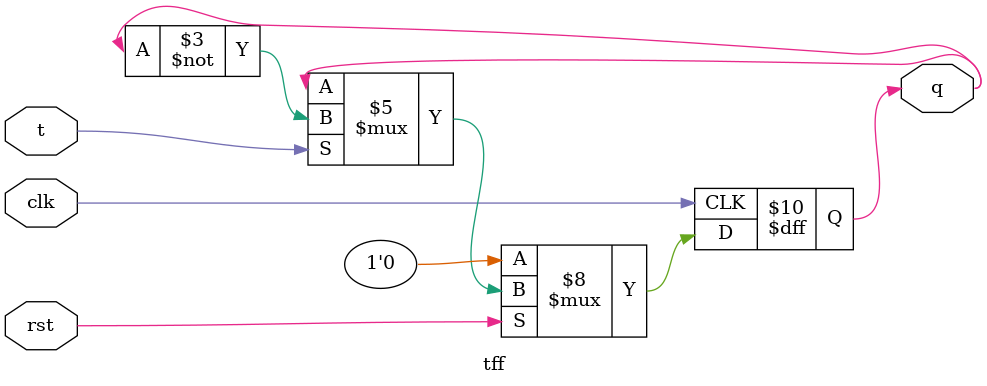
<source format=v>
`timescale 1ns / 1ps


module tff(
    input clk,
    input rst,
    input t,
    output reg q
    );
    always@(posedge clk)
    begin
    if(!rst)
    q<=0;
    else
    if(t)
    q<=~q;
    else
    q<=q;
    end
    
endmodule

</source>
